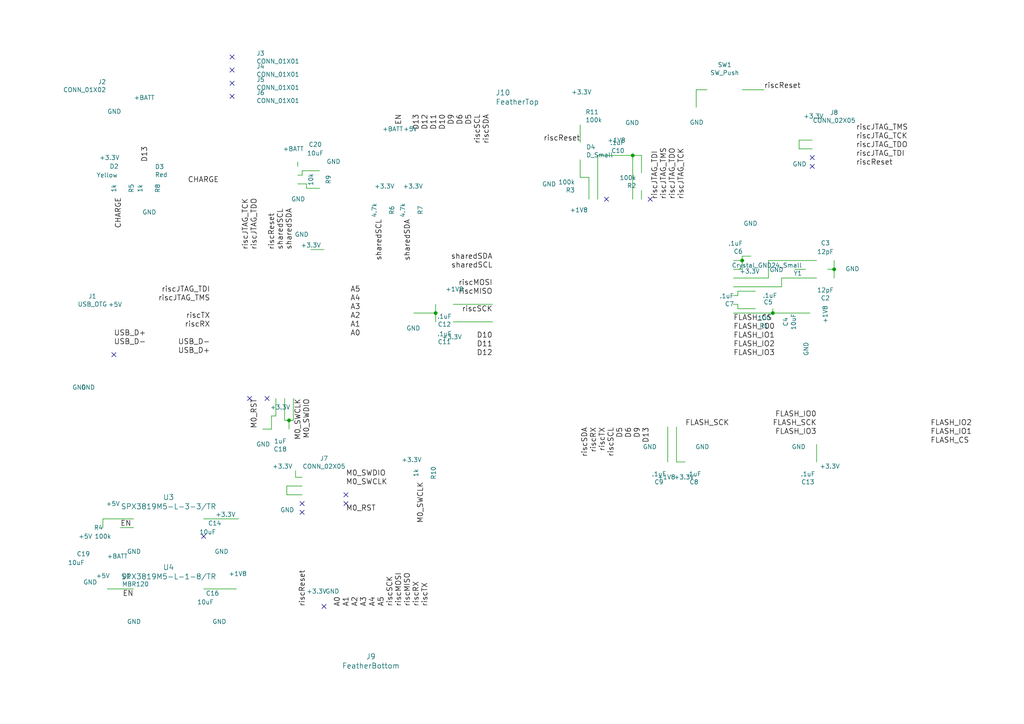
<source format=kicad_sch>
(kicad_sch (version 20230121) (generator eeschema)
  (paper "A4")
  (lib_symbols)
  (junction (at 183.515 45.085))
  (junction (at 126.365 90.805))
  (junction (at 83.82 121.92))
  (junction (at 241.935 78.105))
  (junction (at 215.265 75.565))
  (junction (at 224.155 90.805))
  (no_connect (at 67.31 16.51))
  (no_connect (at 235.585 48.26))
  (no_connect (at 67.31 24.13))
  (no_connect (at 93.98 175.895))
  (no_connect (at 100.33 143.51))
  (no_connect (at 33.02 102.87))
  (no_connect (at 188.595 57.785))
  (no_connect (at 59.055 155.575))
  (no_connect (at 87.63 148.59))
  (no_connect (at 67.31 20.32))
  (no_connect (at 175.895 57.785))
  (no_connect (at 235.585 45.72))
  (no_connect (at 77.47 115.57))
  (no_connect (at 87.63 146.05))
  (no_connect (at 67.31 27.94))
  (no_connect (at 72.39 115.57))
  (no_connect (at 100.33 146.05))
  (wire (pts (xy 78.74 124.46) (xy 78.74 120.65)))
  (wire (pts (xy 59.055 150.495) (xy 69.215 150.495)))
  (wire (pts (xy 215.265 78.105) (xy 215.265 75.565)))
  (wire (pts (xy 88.9 53.34) (xy 88.9 54.61)))
  (wire (pts (xy 83.82 121.92) (xy 83.82 124.46)))
  (wire (pts (xy 86.36 46.99) (xy 86.36 48.26)))
  (wire (pts (xy 86.36 50.8) (xy 87.63 50.8)))
  (wire (pts (xy 29.845 153.035) (xy 29.845 150.495)))
  (wire (pts (xy 59.055 170.815) (xy 68.58 170.815)))
  (wire (pts (xy 85.725 138.43) (xy 85.725 136.525)))
  (wire (pts (xy 205.105 26.035) (xy 201.93 26.035)))
  (wire (pts (xy 213.995 88.265) (xy 212.725 88.265)))
  (wire (pts (xy 168.275 41.275) (xy 168.275 36.195)))
  (wire (pts (xy 170.815 51.435) (xy 168.275 51.435)))
  (wire (pts (xy 85.09 121.92) (xy 83.82 121.92)))
  (wire (pts (xy 87.63 138.43) (xy 85.725 138.43)))
  (wire (pts (xy 226.695 80.645) (xy 236.855 80.645)))
  (wire (pts (xy 196.215 123.825) (xy 196.215 133.985)))
  (wire (pts (xy 212.725 85.725) (xy 213.995 85.725)))
  (wire (pts (xy 168.275 51.435) (xy 168.275 46.355)))
  (wire (pts (xy 215.265 26.035) (xy 221.615 26.035)))
  (wire (pts (xy 183.515 57.785) (xy 183.515 45.085)))
  (wire (pts (xy 87.63 49.53) (xy 92.71 49.53)))
  (wire (pts (xy 83.185 143.51) (xy 87.63 143.51)))
  (wire (pts (xy 126.365 90.805) (xy 120.015 90.805)))
  (wire (pts (xy 173.355 45.085) (xy 183.515 45.085)))
  (wire (pts (xy 233.68 78.105) (xy 230.505 78.105)))
  (wire (pts (xy 231.775 40.64) (xy 231.775 43.18)))
  (wire (pts (xy 212.725 75.565) (xy 215.265 75.565)))
  (wire (pts (xy 235.585 40.64) (xy 231.775 40.64)))
  (wire (pts (xy 183.515 45.085) (xy 186.055 45.085)))
  (wire (pts (xy 222.885 75.565) (xy 222.885 80.645)))
  (wire (pts (xy 213.995 89.535) (xy 213.995 88.265)))
  (wire (pts (xy 241.935 78.105) (xy 241.935 75.565)))
  (wire (pts (xy 231.775 43.18) (xy 235.585 43.18)))
  (wire (pts (xy 201.93 26.035) (xy 201.93 31.115)))
  (wire (pts (xy 38.735 153.035) (xy 34.925 153.035)))
  (wire (pts (xy 126.365 90.805) (xy 126.365 93.345)))
  (wire (pts (xy 87.63 50.8) (xy 87.63 49.53)))
  (wire (pts (xy 193.675 133.985) (xy 193.675 123.825)))
  (wire (pts (xy 82.55 121.92) (xy 82.55 115.57)))
  (wire (pts (xy 31.115 170.815) (xy 38.735 170.815)))
  (wire (pts (xy 212.725 90.805) (xy 224.155 90.805)))
  (wire (pts (xy 170.815 57.785) (xy 170.815 51.435)))
  (wire (pts (xy 85.09 115.57) (xy 85.09 121.92)))
  (wire (pts (xy 93.98 72.39) (xy 90.17 72.39)))
  (wire (pts (xy 86.36 53.34) (xy 88.9 53.34)))
  (wire (pts (xy 213.995 85.725) (xy 213.995 84.455)))
  (wire (pts (xy 215.265 74.295) (xy 217.805 74.295)))
  (wire (pts (xy 80.01 120.65) (xy 80.01 115.57)))
  (wire (pts (xy 224.155 90.805) (xy 224.155 89.535)))
  (wire (pts (xy 88.9 54.61) (xy 92.71 54.61)))
  (wire (pts (xy 241.935 80.645) (xy 241.935 78.105)))
  (wire (pts (xy 240.03 78.105) (xy 241.935 78.105)))
  (wire (pts (xy 126.365 88.265) (xy 126.365 90.805)))
  (wire (pts (xy 87.63 140.97) (xy 83.185 140.97)))
  (wire (pts (xy 131.445 88.265) (xy 142.875 88.265)))
  (wire (pts (xy 196.215 133.985) (xy 198.755 133.985)))
  (wire (pts (xy 186.055 57.785) (xy 186.055 55.245)))
  (wire (pts (xy 213.995 84.455) (xy 219.075 84.455)))
  (wire (pts (xy 213.995 89.535) (xy 219.075 89.535)))
  (wire (pts (xy 236.855 133.985) (xy 236.855 128.905)))
  (wire (pts (xy 212.725 83.185) (xy 226.695 83.185)))
  (wire (pts (xy 222.885 80.645) (xy 212.725 80.645)))
  (wire (pts (xy 236.855 75.565) (xy 222.885 75.565)))
  (wire (pts (xy 212.725 78.105) (xy 215.265 78.105)))
  (wire (pts (xy 29.845 150.495) (xy 38.735 150.495)))
  (wire (pts (xy 173.355 45.085) (xy 173.355 57.785)))
  (wire (pts (xy 83.82 121.92) (xy 82.55 121.92)))
  (wire (pts (xy 186.055 45.085) (xy 186.055 50.165)))
  (wire (pts (xy 224.155 90.805) (xy 234.95 90.805)))
  (wire (pts (xy 226.695 83.185) (xy 226.695 80.645)))
  (wire (pts (xy 83.185 140.97) (xy 83.185 143.51)))
  (wire (pts (xy 76.2 124.46) (xy 78.74 124.46)))
  (wire (pts (xy 131.445 93.345) (xy 142.875 93.345)))
  (wire (pts (xy 78.74 120.65) (xy 80.01 120.65)))
  (wire (pts (xy 215.265 75.565) (xy 215.265 74.295)))
  (label "A1" (at 101.6 95.25 0) (effects (font (size 1.524 1.524))))
  (label "riscReset" (at 88.9 175.895 90) (effects (font (size 1.524 1.524))))
  (label "sharedSDA" (at 85.09 72.39 90) (effects (font (size 1.524 1.524))))
  (label "USB_D+" (at 60.96 102.87 180) (effects (font (size 1.524 1.524))))
  (label "D13" (at 43.18 46.99 90) (effects (font (size 1.524 1.524))))
  (label "FLASH_IO0" (at 236.855 121.285 180) (effects (font (size 1.524 1.524))))
  (label "D9" (at 186.055 123.825 270) (effects (font (size 1.524 1.524))))
  (label "USB_D-" (at 33.02 100.33 0) (effects (font (size 1.524 1.524))))
  (label "D11" (at 127 33.02 270) (effects (font (size 1.524 1.524))))
  (label "riscMOSI" (at 116.84 175.895 90) (effects (font (size 1.524 1.524))))
  (label "A5" (at 111.76 175.895 90) (effects (font (size 1.524 1.524))))
  (label "FLASH_SCK" (at 198.755 123.825 0) (effects (font (size 1.524 1.524))))
  (label "M0_SWCLK" (at 123.19 139.7 270) (effects (font (size 1.524 1.524))))
  (label "D9" (at 132.08 33.02 270) (effects (font (size 1.524 1.524))))
  (label "sharedSCL" (at 142.875 78.105 180) (effects (font (size 1.524 1.524))))
  (label "riscJTAG_TDO" (at 248.285 43.18 0) (effects (font (size 1.524 1.524))))
  (label "EN" (at 34.925 153.035 0) (effects (font (size 1.524 1.524))))
  (label "riscSCL" (at 178.435 123.825 270) (effects (font (size 1.524 1.524))))
  (label "FLASH_IO2" (at 269.875 123.825 0) (effects (font (size 1.524 1.524))))
  (label "D6" (at 134.62 33.02 270) (effects (font (size 1.524 1.524))))
  (label "riscSCK" (at 142.875 90.805 180) (effects (font (size 1.524 1.524))))
  (label "A4" (at 109.22 175.895 90) (effects (font (size 1.524 1.524))))
  (label "riscReset" (at 168.275 41.275 180) (effects (font (size 1.524 1.524))))
  (label "riscSDA" (at 170.815 123.825 270) (effects (font (size 1.524 1.524))))
  (label "M0_SWCLK" (at 87.63 115.57 270) (effects (font (size 1.524 1.524))))
  (label "FLASH_IO1" (at 269.875 126.365 0) (effects (font (size 1.524 1.524))))
  (label "FLASH_IO2" (at 212.725 100.965 0) (effects (font (size 1.524 1.524))))
  (label "A3" (at 106.68 175.895 90) (effects (font (size 1.524 1.524))))
  (label "riscJTAG_TDI" (at 248.285 45.72 0) (effects (font (size 1.524 1.524))))
  (label "USB_D+" (at 33.02 97.79 0) (effects (font (size 1.524 1.524))))
  (label "riscReset" (at 221.615 26.035 0) (effects (font (size 1.524 1.524))))
  (label "riscTX" (at 175.895 123.825 270) (effects (font (size 1.524 1.524))))
  (label "riscSDA" (at 142.24 33.02 270) (effects (font (size 1.524 1.524))))
  (label "riscJTAG_TDO" (at 74.93 72.39 90) (effects (font (size 1.524 1.524))))
  (label "riscJTAG_TMS" (at 60.96 87.63 180) (effects (font (size 1.524 1.524))))
  (label "FLASH_CS" (at 212.725 93.345 0) (effects (font (size 1.524 1.524))))
  (label "D6" (at 183.515 123.825 270) (effects (font (size 1.524 1.524))))
  (label "M0_RST" (at 74.93 115.57 270) (effects (font (size 1.524 1.524))))
  (label "sharedSDA" (at 119.38 63.5 270) (effects (font (size 1.524 1.524))))
  (label "FLASH_CS" (at 269.875 128.905 0) (effects (font (size 1.524 1.524))))
  (label "D10" (at 142.875 98.425 180) (effects (font (size 1.524 1.524))))
  (label "riscJTAG_TCK" (at 198.755 57.785 90) (effects (font (size 1.524 1.524))))
  (label "riscRX" (at 173.355 123.825 270) (effects (font (size 1.524 1.524))))
  (label "riscReset" (at 80.01 72.39 90) (effects (font (size 1.524 1.524))))
  (label "M0_SWCLK" (at 100.33 140.97 0) (effects (font (size 1.524 1.524))))
  (label "A1" (at 101.6 175.895 90) (effects (font (size 1.524 1.524))))
  (label "sharedSCL" (at 111.125 63.5 270) (effects (font (size 1.524 1.524))))
  (label "sharedSDA" (at 142.875 75.565 180) (effects (font (size 1.524 1.524))))
  (label "FLASH_IO1" (at 212.725 98.425 0) (effects (font (size 1.524 1.524))))
  (label "D5" (at 180.975 123.825 270) (effects (font (size 1.524 1.524))))
  (label "riscJTAG_TDO" (at 196.215 57.785 90) (effects (font (size 1.524 1.524))))
  (label "A2" (at 104.14 175.895 90) (effects (font (size 1.524 1.524))))
  (label "riscJTAG_TCK" (at 72.39 72.39 90) (effects (font (size 1.524 1.524))))
  (label "riscRX" (at 60.96 95.25 180) (effects (font (size 1.524 1.524))))
  (label "D12" (at 124.46 33.02 270) (effects (font (size 1.524 1.524))))
  (label "riscJTAG_TDI" (at 60.96 85.09 180) (effects (font (size 1.524 1.524))))
  (label "EN" (at 38.735 173.355 180) (effects (font (size 1.524 1.524))))
  (label "riscJTAG_TMS" (at 193.675 57.785 90) (effects (font (size 1.524 1.524))))
  (label "riscJTAG_TMS" (at 248.285 38.1 0) (effects (font (size 1.524 1.524))))
  (label "riscJTAG_TCK" (at 248.285 40.64 0) (effects (font (size 1.524 1.524))))
  (label "M0_RST" (at 100.33 148.59 0) (effects (font (size 1.524 1.524))))
  (label "A3" (at 101.6 90.17 0) (effects (font (size 1.524 1.524))))
  (label "D13" (at 188.595 123.825 270) (effects (font (size 1.524 1.524))))
  (label "riscRX" (at 121.92 175.895 90) (effects (font (size 1.524 1.524))))
  (label "D12" (at 142.875 103.505 180) (effects (font (size 1.524 1.524))))
  (label "riscMISO" (at 119.38 175.895 90) (effects (font (size 1.524 1.524))))
  (label "FLASH_IO3" (at 236.855 126.365 180) (effects (font (size 1.524 1.524))))
  (label "M0_SWDIO" (at 100.33 138.43 0) (effects (font (size 1.524 1.524))))
  (label "D11" (at 142.875 100.965 180) (effects (font (size 1.524 1.524))))
  (label "CHARGE" (at 35.56 57.15 270) (effects (font (size 1.524 1.524))))
  (label "sharedSCL" (at 82.55 72.39 90) (effects (font (size 1.524 1.524))))
  (label "M0_SWDIO" (at 90.17 115.57 270) (effects (font (size 1.524 1.524))))
  (label "A2" (at 101.6 92.71 0) (effects (font (size 1.524 1.524))))
  (label "D5" (at 137.16 33.02 270) (effects (font (size 1.524 1.524))))
  (label "A0" (at 99.06 175.895 90) (effects (font (size 1.524 1.524))))
  (label "riscTX" (at 124.46 175.895 90) (effects (font (size 1.524 1.524))))
  (label "A4" (at 101.6 87.63 0) (effects (font (size 1.524 1.524))))
  (label "D13" (at 121.92 33.02 270) (effects (font (size 1.524 1.524))))
  (label "USB_D-" (at 60.96 100.33 180) (effects (font (size 1.524 1.524))))
  (label "FLASH_IO3" (at 212.725 103.505 0) (effects (font (size 1.524 1.524))))
  (label "FLASH_IO0" (at 212.725 95.885 0) (effects (font (size 1.524 1.524))))
  (label "CHARGE" (at 63.5 53.34 180) (effects (font (size 1.524 1.524))))
  (label "riscMOSI" (at 142.875 83.185 180) (effects (font (size 1.524 1.524))))
  (label "riscJTAG_TDI" (at 191.135 57.785 90) (effects (font (size 1.524 1.524))))
  (label "A5" (at 101.6 85.09 0) (effects (font (size 1.524 1.524))))
  (label "riscSCL" (at 139.7 33.02 270) (effects (font (size 1.524 1.524))))
  (label "riscReset" (at 248.285 48.26 0) (effects (font (size 1.524 1.524))))
  (label "riscMISO" (at 142.875 85.725 180) (effects (font (size 1.524 1.524))))
  (label "riscTX" (at 60.96 92.71 180) (effects (font (size 1.524 1.524))))
  (label "riscSCK" (at 114.3 175.895 90) (effects (font (size 1.524 1.524))))
  (label "A0" (at 101.6 97.79 0) (effects (font (size 1.524 1.524))))
  (label "FLASH_SCK" (at 236.855 123.825 180) (effects (font (size 1.524 1.524))))
  (label "D10" (at 129.54 33.02 270) (effects (font (size 1.524 1.524))))
  (label "EN" (at 116.84 33.02 270) (effects (font (size 1.524 1.524))))
  (symbol (lib_id "E310-G000") (at 184.785 89.535 180) (unit 1)
    (property "Reference" "U1" (at 186.055 92.075 0) (effects (font (size 1.524 1.524)) (justify left)))
    (property "Value" "E310-G000" (at 187.325 89.535 0) (effects (font (size 1.524 1.524)) (justify left)))
    (property "Footprint" "Housings_DFN_QFN:QFN-48-1EP_7x7mm_Pitch0.5mm" (effects hide))
  )
  (symbol (lib_id "C_Small") (at 201.295 133.985 90) (unit 1)
    (property "Reference" "C8" (at 201.295 139.8016 90))
    (property "Value" ".1uF" (at 201.295 137.4902 90))
    (property "Footprint" "Capacitors_SMD:C_0603" (effects hide))
  )
  (symbol (lib_id "C_Small") (at 217.805 71.755 0) (unit 1)
    (property "Reference" "C6" (at 215.4682 72.9234 0) (effects (justify right)))
    (property "Value" ".1uF" (at 215.4682 70.612 0) (effects (justify right)))
    (property "Footprint" "Capacitors_SMD:C_0603" (effects hide))
  )
  (symbol (lib_id "C_Small") (at 128.905 93.345 90) (unit 1)
    (property "Reference" "C11" (at 128.905 99.1616 90))
    (property "Value" ".1uF" (at 128.905 96.8502 90))
    (property "Footprint" "Capacitors_SMD:C_0603" (effects hide))
  )
  (symbol (lib_id "GND") (at 120.015 90.805 0) (mirror y) (unit 1)
    (property "Reference" "#PWR35" (effects hide))
    (property "Value" "GND" (at 119.888 95.1992 0))
  )
  (symbol (lib_id "GND") (at 159.385 57.785 180) (unit 1)
    (property "Reference" "#PWR40" (effects hide))
    (property "Value" "GND" (at 159.258 53.3908 0))
  )
  (symbol (lib_id "GND") (at 217.805 69.215 180) (unit 1)
    (property "Reference" "#PWR50" (effects hide))
    (property "Value" "GND" (at 217.678 64.8208 0))
  )
  (symbol (lib_id "GND") (at 203.835 133.985 180) (unit 1)
    (property "Reference" "#PWR49" (effects hide))
    (property "Value" "GND" (at 203.708 129.5908 0))
  )
  (symbol (lib_id "+3.3V") (at 131.445 93.345 180) (unit 1)
    (property "Reference" "#PWR39" (effects hide))
    (property "Value" "+3.3V" (at 131.064 97.7392 0))
  )
  (symbol (lib_id "+3.3V") (at 198.755 133.985 180) (unit 1)
    (property "Reference" "#PWR47" (effects hide))
    (property "Value" "+3.3V" (at 198.374 138.3792 0))
  )
  (symbol (lib_id "+3.3V") (at 217.805 74.295 180) (unit 1)
    (property "Reference" "#PWR51" (effects hide))
    (property "Value" "+3.3V" (at 217.424 78.6892 0))
  )
  (symbol (lib_id "C_Small") (at 183.515 42.545 0) (unit 1)
    (property "Reference" "C10" (at 181.1782 43.7134 0) (effects (justify right)))
    (property "Value" ".1uF" (at 181.1782 41.402 0) (effects (justify right)))
    (property "Footprint" "Capacitors_SMD:C_0603" (effects hide))
  )
  (symbol (lib_id "GND") (at 183.515 40.005 180) (unit 1)
    (property "Reference" "#PWR44" (effects hide))
    (property "Value" "GND" (at 183.388 35.6108 0))
  )
  (symbol (lib_id "+1V8") (at 178.435 45.085 0) (unit 1)
    (property "Reference" "#PWR43" (effects hide))
    (property "Value" "+1V8" (at 178.816 40.6908 0))
  )
  (symbol (lib_id "C_Small") (at 191.135 133.985 90) (unit 1)
    (property "Reference" "C9" (at 191.135 139.8016 90))
    (property "Value" ".1uF" (at 191.135 137.4902 90))
    (property "Footprint" "Capacitors_SMD:C_0603" (effects hide))
  )
  (symbol (lib_id "C_Small") (at 128.905 88.265 90) (unit 1)
    (property "Reference" "C12" (at 128.905 94.0816 90))
    (property "Value" ".1uF" (at 128.905 91.7702 90))
    (property "Footprint" "Capacitors_SMD:C_0603" (effects hide))
  )
  (symbol (lib_id "+1V8") (at 131.445 88.265 0) (unit 1)
    (property "Reference" "#PWR38" (effects hide))
    (property "Value" "+1V8" (at 131.826 83.8708 0))
  )
  (symbol (lib_id "+1V8") (at 193.675 133.985 180) (unit 1)
    (property "Reference" "#PWR46" (effects hide))
    (property "Value" "+1V8" (at 193.294 138.3792 0))
  )
  (symbol (lib_id "+1V8") (at 234.95 90.805 270) (unit 1)
    (property "Reference" "#PWR52" (effects hide))
    (property "Value" "+1V8" (at 239.3442 91.186 0))
  )
  (symbol (lib_id "C_Small") (at 233.68 93.345 0) (unit 1)
    (property "Reference" "C4" (at 227.8634 93.345 90))
    (property "Value" "10uF" (at 230.1748 93.345 90))
    (property "Footprint" "Capacitors_SMD:C_0603" (effects hide))
  )
  (symbol (lib_id "GND") (at 188.595 133.985 180) (unit 1)
    (property "Reference" "#PWR45" (effects hide))
    (property "Value" "GND" (at 188.468 129.5908 0))
  )
  (symbol (lib_id "R_Small") (at 168.275 53.975 180) (unit 1)
    (property "Reference" "R3" (at 166.7764 55.1434 0) (effects (justify left)))
    (property "Value" "100k" (at 166.7764 52.832 0) (effects (justify left)))
    (property "Footprint" "Resistors_SMD:R_0603" (effects hide))
  )
  (symbol (lib_id "+1V8") (at 168.275 56.515 180) (unit 1)
    (property "Reference" "#PWR42" (effects hide))
    (property "Value" "+1V8" (at 167.894 60.9092 0))
  )
  (symbol (lib_id "R_Small") (at 186.055 52.705 180) (unit 1)
    (property "Reference" "R2" (at 184.5564 53.8734 0) (effects (justify left)))
    (property "Value" "100k" (at 184.5564 51.562 0) (effects (justify left)))
    (property "Footprint" "Resistors_SMD:R_0603" (effects hide))
  )
  (symbol (lib_id "C_Small") (at 215.265 86.995 0) (unit 1)
    (property "Reference" "C7" (at 212.9282 88.1634 0) (effects (justify right)))
    (property "Value" ".1uF" (at 212.9282 85.852 0) (effects (justify right)))
    (property "Footprint" "Capacitors_SMD:C_0603" (effects hide))
  )
  (symbol (lib_id "C_Small") (at 219.075 86.995 0) (unit 1)
    (property "Reference" "C5" (at 224.155 87.63 0) (effects (justify right)))
    (property "Value" ".1uF" (at 225.425 85.725 0) (effects (justify right)))
    (property "Footprint" "Capacitors_SMD:C_0603" (effects hide))
  )
  (symbol (lib_id "R_Small") (at 221.615 89.535 90) (unit 1)
    (property "Reference" "R1" (at 221.615 94.5134 90))
    (property "Value" "100" (at 221.615 92.202 90))
    (property "Footprint" "Resistors_SMD:R_0603" (effects hide))
  )
  (symbol (lib_id "GND") (at 233.68 95.885 0) (unit 1)
    (property "Reference" "#PWR53" (effects hide))
    (property "Value" "GND" (at 233.807 99.1362 90) (effects (justify right)))
  )
  (symbol (lib_id "C_Small") (at 239.395 80.645 90) (unit 1)
    (property "Reference" "C2" (at 239.395 86.4616 90))
    (property "Value" "12pF" (at 239.395 84.1502 90))
    (property "Footprint" "Capacitors_SMD:C_0603" (effects hide))
  )
  (symbol (lib_id "C_Small") (at 239.395 75.565 90) (unit 1)
    (property "Reference" "C3" (at 239.395 70.485 90))
    (property "Value" "12pF" (at 239.395 73.025 90))
    (property "Footprint" "Capacitors_SMD:C_0603" (effects hide))
  )
  (symbol (lib_id "GND") (at 230.505 78.105 270) (unit 1)
    (property "Reference" "#PWR54" (effects hide))
    (property "Value" "GND" (at 227.2538 78.232 90) (effects (justify right)))
  )
  (symbol (lib_id "GND") (at 96.52 175.895 180) (unit 1)
    (property "Reference" "#PWR30" (effects hide))
    (property "Value" "GND" (at 96.393 171.5008 0))
  )
  (symbol (lib_id "+3.3V") (at 91.44 175.895 0) (unit 1)
    (property "Reference" "#PWR28" (effects hide))
    (property "Value" "+3.3V" (at 91.821 171.5008 0))
  )
  (symbol (lib_id "IS25LPXXX") (at 253.365 122.555 180) (unit 1)
    (property "Reference" "U2" (at 253.365 136.1948 0) (effects (font (size 1.524 1.524))))
    (property "Value" "IS25LPXXX" (at 253.365 133.5024 0) (effects (font (size 1.524 1.524))))
    (property "Footprint" "flash:SOIC-8" (effects hide))
  )
  (symbol (lib_id "GND") (at 269.875 121.285 180) (unit 1)
    (property "Reference" "#PWR60" (effects hide))
    (property "Value" "GND" (at 269.748 116.8908 0))
  )
  (symbol (lib_id "+3.3V") (at 236.855 133.985 180) (unit 1)
    (property "Reference" "#PWR58" (effects hide))
    (property "Value" "+3.3V" (at 240.665 135.255 0))
  )
  (symbol (lib_id "C_Small") (at 234.315 133.985 270) (unit 1)
    (property "Reference" "C13" (at 234.315 139.8016 90))
    (property "Value" ".1uF" (at 234.315 137.4902 90))
    (property "Footprint" "Capacitors_SMD:C_0603" (effects hide))
  )
  (symbol (lib_id "GND") (at 231.775 133.985 180) (unit 1)
    (property "Reference" "#PWR56" (effects hide))
    (property "Value" "GND" (at 231.648 129.5908 0))
  )
  (symbol (lib_id "SAMD21E") (at 81.28 93.98 180) (unit 1)
    (property "Reference" "U5" (at 82.55 95.25 0) (effects (font (size 1.524 1.524)) (justify left)))
    (property "Value" "SAMD21E" (at 86.36 91.44 0) (effects (font (size 1.524 1.524)) (justify left)))
    (property "Footprint" "Housings_DFN_QFN:QFN-32-1EP_5x5mm_Pitch0.5mm" (effects hide))
  )
  (symbol (lib_id "USB_OTG") (at 25.4 97.79 0) (unit 1)
    (property "Reference" "J1" (at 26.797 85.9282 0))
    (property "Value" "USB_OTG" (at 26.797 88.2396 0))
    (property "Footprint" "fci:Mini-USB-B-OshPark" (effects hide))
  )
  (symbol (lib_id "C_Small") (at 81.28 124.46 90) (unit 1)
    (property "Reference" "C18" (at 81.28 130.2766 90))
    (property "Value" "1uF" (at 81.28 127.9652 90))
    (property "Footprint" "Capacitors_SMD:C_0603" (effects hide))
  )
  (symbol (lib_id "+3.3V") (at 83.82 121.92 0) (unit 1)
    (property "Reference" "#PWR22" (effects hide))
    (property "Value" "+3.3V" (at 81.28 118.11 0))
  )
  (symbol (lib_id "GND") (at 76.2 124.46 0) (unit 1)
    (property "Reference" "#PWR20" (effects hide))
    (property "Value" "GND" (at 76.327 128.8542 0))
  )
  (symbol (lib_id "GND") (at 87.63 72.39 180) (unit 1)
    (property "Reference" "#PWR26" (effects hide))
    (property "Value" "GND" (at 87.503 67.9958 0))
  )
  (symbol (lib_id "+3.3V") (at 93.98 72.39 0) (unit 1)
    (property "Reference" "#PWR29" (effects hide))
    (property "Value" "+3.3V" (at 90.17 71.12 0))
  )
  (symbol (lib_id "GND") (at 25.4 107.95 0) (unit 1)
    (property "Reference" "#PWR2" (effects hide))
    (property "Value" "GND" (at 25.527 112.3442 0))
  )
  (symbol (lib_id "GND") (at 22.86 107.95 0) (unit 1)
    (property "Reference" "#PWR1" (effects hide))
    (property "Value" "GND" (at 22.987 112.3442 0))
  )
  (symbol (lib_id "+5V") (at 33.02 92.71 0) (unit 1)
    (property "Reference" "#PWR8" (effects hide))
    (property "Value" "+5V" (at 33.401 88.3158 0))
  )
  (symbol (lib_id "SPX3819") (at 48.895 153.035 0) (unit 1)
    (property "Reference" "U3" (at 48.895 144.2212 0) (effects (font (size 1.524 1.524))))
    (property "Value" "SPX3819M5-L-3-3/TR" (at 48.895 146.9136 0) (effects (font (size 1.524 1.524))))
    (property "Footprint" "TO_SOT_Packages_SMD:SOT-23-5" (effects hide))
  )
  (symbol (lib_id "SPX3819") (at 48.895 173.355 0) (unit 1)
    (property "Reference" "U4" (at 48.895 164.5412 0) (effects (font (size 1.524 1.524))))
    (property "Value" "SPX3819M5-L-1-8/TR" (at 48.895 167.2336 0) (effects (font (size 1.524 1.524))))
    (property "Footprint" "TO_SOT_Packages_SMD:SOT-23-5" (effects hide))
  )
  (symbol (lib_id "+5V") (at 32.385 150.495 0) (unit 1)
    (property "Reference" "#PWR6" (effects hide))
    (property "Value" "+5V" (at 32.766 146.1008 0))
  )
  (symbol (lib_id "+5V") (at 31.115 170.815 0) (unit 1)
    (property "Reference" "#PWR5" (effects hide))
    (property "Value" "+5V" (at 29.845 167.005 0))
  )
  (symbol (lib_id "R_Small") (at 32.385 153.035 90) (unit 1)
    (property "Reference" "R4" (at 28.575 153.035 90))
    (property "Value" "100k" (at 29.845 155.575 90))
    (property "Footprint" "Resistors_SMD:R_0603" (effects hide))
  )
  (symbol (lib_id "GND") (at 38.735 155.575 0) (unit 1)
    (property "Reference" "#PWR12" (effects hide))
    (property "Value" "GND" (at 38.862 159.9692 0))
  )
  (symbol (lib_id "GND") (at 38.735 175.895 0) (unit 1)
    (property "Reference" "#PWR13" (effects hide))
    (property "Value" "GND" (at 38.862 180.2892 0))
  )
  (symbol (lib_id "+3.3V") (at 69.215 150.495 0) (unit 1)
    (property "Reference" "#PWR19" (effects hide))
    (property "Value" "+3.3V" (at 65.405 149.225 0))
  )
  (symbol (lib_id "C_Small") (at 64.135 153.035 0) (unit 1)
    (property "Reference" "C14" (at 60.325 151.765 0) (effects (justify left)))
    (property "Value" "10uF" (at 57.785 154.305 0) (effects (justify left)))
    (property "Footprint" "Capacitors_SMD:C_0603" (effects hide))
  )
  (symbol (lib_id "GND") (at 64.135 155.575 0) (unit 1)
    (property "Reference" "#PWR17" (effects hide))
    (property "Value" "GND" (at 64.262 159.9692 0))
  )
  (symbol (lib_id "+1V8") (at 68.58 170.815 0) (unit 1)
    (property "Reference" "#PWR18" (effects hide))
    (property "Value" "+1V8" (at 68.961 166.4208 0))
  )
  (symbol (lib_id "C_Small") (at 63.5 173.355 0) (unit 1)
    (property "Reference" "C16" (at 59.69 172.085 0) (effects (justify left)))
    (property "Value" "10uF" (at 57.15 174.625 0) (effects (justify left)))
    (property "Footprint" "Capacitors_SMD:C_0603" (effects hide))
  )
  (symbol (lib_id "GND") (at 63.5 175.895 0) (unit 1)
    (property "Reference" "#PWR16" (effects hide))
    (property "Value" "GND" (at 63.627 180.2892 0))
  )
  (symbol (lib_id "CONN_01X02") (at 34.29 22.86 270) (mirror x) (unit 1)
    (property "Reference" "J2" (at 30.7848 23.749 90) (effects (justify right)))
    (property "Value" "CONN_01X02" (at 30.7848 26.0604 90) (effects (justify right)))
    (property "Footprint" "Connectors_JST:JST_PH_S2B-PH-SM4-TB_02x2.00mm_Angled" (effects hide))
  )
  (symbol (lib_id "GND") (at 33.02 27.94 0) (unit 1)
    (property "Reference" "#PWR7" (effects hide))
    (property "Value" "GND" (at 33.147 32.3342 0))
  )
  (symbol (lib_id "+BATT") (at 35.56 27.94 270) (unit 1)
    (property "Reference" "#PWR10" (effects hide))
    (property "Value" "+BATT" (at 38.8112 28.321 90) (effects (justify left)))
  )
  (symbol (lib_id "+BATT") (at 33.655 165.735 0) (unit 1)
    (property "Reference" "#PWR9" (effects hide))
    (property "Value" "+BATT" (at 34.036 161.3408 0))
  )
  (symbol (lib_id "D_Schottky_Small") (at 33.655 168.275 90) (unit 1)
    (property "Reference" "D1" (at 35.3822 167.1066 90) (effects (justify right)))
    (property "Value" "MBR120" (at 35.3822 169.418 90) (effects (justify right)))
    (property "Footprint" "Diodes_SMD:D_SOD-123" (effects hide))
  )
  (symbol (lib_id "C_Small") (at 26.035 161.925 0) (unit 1)
    (property "Reference" "C19" (at 22.225 160.655 0) (effects (justify left)))
    (property "Value" "10uF" (at 19.685 163.195 0) (effects (justify left)))
    (property "Footprint" "Capacitors_SMD:C_0603" (effects hide))
  )
  (symbol (lib_id "+5V") (at 26.035 159.385 0) (unit 1)
    (property "Reference" "#PWR3" (effects hide))
    (property "Value" "+5V" (at 24.765 155.575 0))
  )
  (symbol (lib_id "GND") (at 26.035 164.465 0) (unit 1)
    (property "Reference" "#PWR4" (effects hide))
    (property "Value" "GND" (at 26.162 168.8592 0))
  )
  (symbol (lib_id "+5V") (at 119.38 33.02 180) (unit 1)
    (property "Reference" "#PWR33" (effects hide))
    (property "Value" "+5V" (at 118.999 37.4142 0))
  )
  (symbol (lib_id "+BATT") (at 114.3 33.02 180) (unit 1)
    (property "Reference" "#PWR32" (effects hide))
    (property "Value" "+BATT" (at 113.919 37.4142 0))
  )
  (symbol (lib_id "CONN_01X01") (at 72.39 16.51 0) (unit 1)
    (property "Reference" "J3" (at 74.3712 15.4686 0) (effects (justify left)))
    (property "Value" "CONN_01X01" (at 74.3712 17.78 0) (effects (justify left)))
    (property "Footprint" "Mounting_Holes:MountingHole_2.7mm_M2.5" (effects hide))
  )
  (symbol (lib_id "CONN_01X01") (at 72.39 20.32 0) (unit 1)
    (property "Reference" "J4" (at 74.3712 19.2786 0) (effects (justify left)))
    (property "Value" "CONN_01X01" (at 74.3712 21.59 0) (effects (justify left)))
    (property "Footprint" "Mounting_Holes:MountingHole_2.7mm_M2.5" (effects hide))
  )
  (symbol (lib_id "CONN_01X01") (at 72.39 24.13 0) (unit 1)
    (property "Reference" "J5" (at 74.3712 23.0886 0) (effects (justify left)))
    (property "Value" "CONN_01X01" (at 74.3712 25.4 0) (effects (justify left)))
    (property "Footprint" "Mounting_Holes:MountingHole_2.7mm_M2.5" (effects hide))
  )
  (symbol (lib_id "CONN_01X01") (at 72.39 27.94 0) (unit 1)
    (property "Reference" "J6" (at 74.3712 26.8986 0) (effects (justify left)))
    (property "Value" "CONN_01X01" (at 74.3712 29.21 0) (effects (justify left)))
    (property "Footprint" "Mounting_Holes:MountingHole_2.7mm_M2.5" (effects hide))
  )
  (symbol (lib_id "LED_Small_ALT") (at 43.18 49.53 90) (unit 1)
    (property "Reference" "D3" (at 44.9072 48.3616 90) (effects (justify right)))
    (property "Value" "Red" (at 44.9072 50.673 90) (effects (justify right)))
    (property "Footprint" "Diodes_SMD:D_0603" (effects hide))
  )
  (symbol (lib_id "LED_Small_ALT") (at 35.56 49.53 90) (unit 1)
    (property "Reference" "D2" (at 31.75 48.26 90) (effects (justify right)))
    (property "Value" "Yellow" (at 27.94 50.8 90) (effects (justify right)))
    (property "Footprint" "Diodes_SMD:D_0603" (effects hide))
  )
  (symbol (lib_id "+3.3V") (at 35.56 46.99 0) (unit 1)
    (property "Reference" "#PWR11" (effects hide))
    (property "Value" "+3.3V" (at 31.75 45.72 0))
  )
  (symbol (lib_id "R_Small") (at 35.56 54.61 0) (unit 1)
    (property "Reference" "R5" (at 38.1 54.61 90))
    (property "Value" "1k" (at 33.02 54.61 90))
    (property "Footprint" "Resistors_SMD:R_0603" (effects hide))
  )
  (symbol (lib_id "R_Small") (at 43.18 54.61 0) (unit 1)
    (property "Reference" "R8" (at 45.72 54.61 90))
    (property "Value" "1k" (at 40.64 54.61 90))
    (property "Footprint" "Resistors_SMD:R_0603" (effects hide))
  )
  (symbol (lib_id "GND") (at 43.18 57.15 0) (unit 1)
    (property "Reference" "#PWR14" (effects hide))
    (property "Value" "GND" (at 43.307 61.5442 0))
  )
  (symbol (lib_id "MCP73831") (at 74.93 50.8 0) (unit 1)
    (property "Reference" "U6" (at 74.93 39.7002 0) (effects (font (size 1.524 1.524))))
    (property "Value" "MCP73831" (at 74.93 42.3926 0) (effects (font (size 1.524 1.524))))
    (property "Footprint" "TO_SOT_Packages_SMD:SOT-23-5" (effects hide))
  )
  (symbol (lib_id "GND") (at 86.36 53.34 0) (unit 1)
    (property "Reference" "#PWR25" (effects hide))
    (property "Value" "GND" (at 86.487 57.7342 0))
  )
  (symbol (lib_id "R_Small") (at 92.71 52.07 0) (unit 1)
    (property "Reference" "R9" (at 95.25 52.07 90))
    (property "Value" "10k" (at 90.17 52.07 90))
    (property "Footprint" "Resistors_SMD:R_0805" (effects hide))
  )
  (symbol (lib_id "+5V") (at 63.5 48.26 0) (unit 1)
    (property "Reference" "#PWR15" (effects hide))
    (property "Value" "+5V" (at 63.881 43.8658 0))
  )
  (symbol (lib_id "C_Small") (at 88.9 46.99 90) (unit 1)
    (property "Reference" "C20" (at 91.44 41.91 90))
    (property "Value" "10uF" (at 91.44 44.45 90))
    (property "Footprint" "Capacitors_SMD:C_0603" (effects hide))
  )
  (symbol (lib_id "+BATT") (at 86.36 46.99 0) (unit 1)
    (property "Reference" "#PWR24" (effects hide))
    (property "Value" "+BATT" (at 85.09 43.18 0))
  )
  (symbol (lib_id "GND") (at 91.44 46.99 90) (unit 1)
    (property "Reference" "#PWR27" (effects hide))
    (property "Value" "GND" (at 94.6912 46.863 90) (effects (justify right)))
  )
  (symbol (lib_id "Crystal_GND24_Small") (at 236.855 78.105 90) (unit 1)
    (property "Reference" "Y1" (at 232.6386 79.2734 90) (effects (justify left)))
    (property "Value" "Crystal_GND24_Small" (at 232.6386 76.962 90) (effects (justify left)))
    (property "Footprint" "Crystals:Crystal_SMD_TXC_7M-4pin_3.2x2.5mm" (effects hide))
  )
  (symbol (lib_id "GND") (at 241.935 78.105 90) (unit 1)
    (property "Reference" "#PWR59" (effects hide))
    (property "Value" "GND" (at 245.1862 77.978 90) (effects (justify right)))
  )
  (symbol (lib_id "GND") (at 127 175.895 180) (unit 1)
    (property "Reference" "#PWR37" (effects hide))
    (property "Value" "GND" (at 126.873 171.5008 0))
  )
  (symbol (lib_id "R_Small") (at 119.38 60.96 0) (unit 1)
    (property "Reference" "R7" (at 121.92 60.96 90))
    (property "Value" "4.7k" (at 116.84 60.96 90))
    (property "Footprint" "Resistors_SMD:R_0603" (effects hide))
  )
  (symbol (lib_id "R_Small") (at 111.125 60.96 0) (unit 1)
    (property "Reference" "R6" (at 113.665 60.96 90))
    (property "Value" "4.7k" (at 108.585 60.96 90))
    (property "Footprint" "Resistors_SMD:R_0603" (effects hide))
  )
  (symbol (lib_id "+3.3V") (at 111.125 58.42 0) (unit 1)
    (property "Reference" "#PWR31" (effects hide))
    (property "Value" "+3.3V" (at 111.506 54.0258 0))
  )
  (symbol (lib_id "+3.3V") (at 119.38 58.42 0) (unit 1)
    (property "Reference" "#PWR34" (effects hide))
    (property "Value" "+3.3V" (at 119.761 54.0258 0))
  )
  (symbol (lib_id "CONN_02X05") (at 93.98 143.51 0) (unit 1)
    (property "Reference" "J7" (at 93.98 132.969 0))
    (property "Value" "CONN_02X05" (at 93.98 135.2804 0))
    (property "Footprint" "Pin_Headers:Pin_Header_Straight_2x05_Pitch1.27mm_SMD" (effects hide))
  )
  (symbol (lib_id "CONN_02X05") (at 241.935 43.18 0) (unit 1)
    (property "Reference" "J8" (at 241.935 32.639 0))
    (property "Value" "CONN_02X05" (at 241.935 34.9504 0))
    (property "Footprint" "Pin_Headers:Pin_Header_Straight_2x05_Pitch1.27mm_SMD" (effects hide))
  )
  (symbol (lib_id "+3.3V") (at 123.19 134.62 0) (unit 1)
    (property "Reference" "#PWR36" (effects hide))
    (property "Value" "+3.3V" (at 119.38 133.35 0))
  )
  (symbol (lib_id "R_Small") (at 123.19 137.16 0) (unit 1)
    (property "Reference" "R10" (at 125.73 137.16 90))
    (property "Value" "1k" (at 120.65 137.16 90))
    (property "Footprint" "Resistors_SMD:R_0603" (effects hide))
  )
  (symbol (lib_id "+3.3V") (at 85.725 136.525 0) (unit 1)
    (property "Reference" "#PWR23" (effects hide))
    (property "Value" "+3.3V" (at 81.915 135.255 0))
  )
  (symbol (lib_id "GND") (at 83.185 143.51 0) (unit 1)
    (property "Reference" "#PWR21" (effects hide))
    (property "Value" "GND" (at 83.312 147.9042 0))
  )
  (symbol (lib_id "GND") (at 231.775 43.18 0) (unit 1)
    (property "Reference" "#PWR55" (effects hide))
    (property "Value" "GND" (at 231.902 47.5742 0))
  )
  (symbol (lib_id "+3.3V") (at 235.585 38.1 0) (unit 1)
    (property "Reference" "#PWR57" (effects hide))
    (property "Value" "+3.3V" (at 235.966 33.7058 0))
  )
  (symbol (lib_id "D_Small") (at 168.275 43.815 270) (unit 1)
    (property "Reference" "D4" (at 170.0022 42.6466 90) (effects (justify left)))
    (property "Value" "D_Small" (at 170.0022 44.958 90) (effects (justify left)))
    (property "Footprint" "Diodes_SMD:D_SOT-23_ANK" (effects hide))
  )
  (symbol (lib_id "R_Small") (at 168.275 33.655 0) (unit 1)
    (property "Reference" "R11" (at 169.7736 32.4866 0) (effects (justify left)))
    (property "Value" "100k" (at 169.7736 34.798 0) (effects (justify left)))
    (property "Footprint" "Resistors_SMD:R_0603" (effects hide))
  )
  (symbol (lib_id "+3.3V") (at 168.275 31.115 0) (unit 1)
    (property "Reference" "#PWR41" (effects hide))
    (property "Value" "+3.3V" (at 168.656 26.7208 0))
  )
  (symbol (lib_id "GND") (at 201.93 31.115 0) (unit 1)
    (property "Reference" "#PWR48" (effects hide))
    (property "Value" "GND" (at 202.057 35.5092 0))
  )
  (symbol (lib_id "SW_Push") (at 210.185 26.035 0) (unit 1)
    (property "Reference" "SW1" (at 210.185 18.796 0))
    (property "Value" "SW_Push" (at 210.185 21.1074 0))
    (property "Footprint" "Buttons_Switches_SMD:SW_SPST_KMR2" (effects hide))
  )
  (symbol (lib_id "FeatherBottom") (at 107.95 175.895 0) (unit 1)
    (property "Reference" "J9" (at 107.569 190.4238 0) (effects (font (size 1.524 1.524))))
    (property "Value" "FeatherBottom" (at 107.569 193.1162 0) (effects (font (size 1.524 1.524))))
    (property "Footprint" "Pin_Headers:Pin_Header_Straight_1x16_Pitch2.54mm" (effects hide))
  )
  (symbol (lib_id "FeatherTop") (at 123.19 33.02 0) (unit 1)
    (property "Reference" "J10" (at 143.7132 26.8732 0) (effects (font (size 1.524 1.524)) (justify left)))
    (property "Value" "FeatherTop" (at 143.7132 29.5656 0) (effects (font (size 1.524 1.524)) (justify left)))
    (property "Footprint" "Pin_Headers:Pin_Header_Straight_1x12_Pitch2.54mm" (effects hide))
  )
)
</source>
